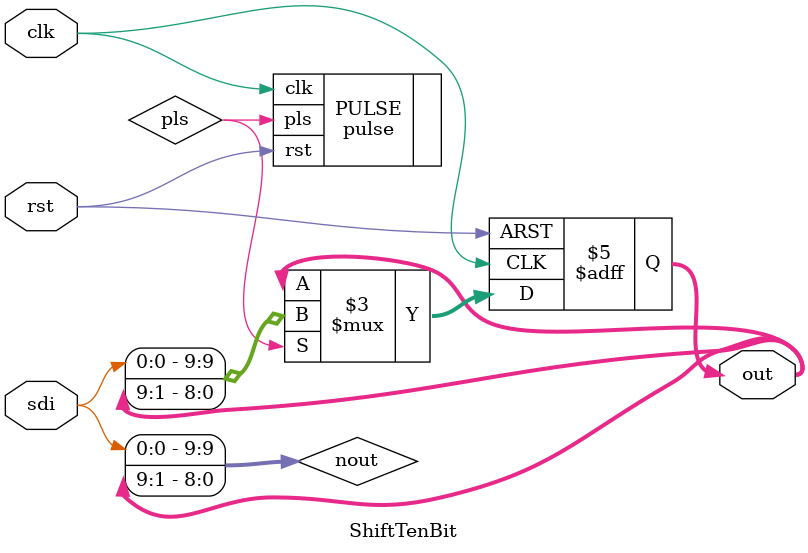
<source format=v>
`timescale 1ns / 1ps
module ShiftTenBit(clk, rst, sdi, out);
	input clk, rst, sdi;
	output [9:0] out;
	reg [9:0] out, nout;
	
	pulse PULSE (.clk(clk),
					 .rst(rst),
					 .pls(pls));
	
	always @ (posedge clk, posedge rst)
		if (rst) out <= 10'b0;
		else if (pls) out <= nout;
		
	always @ (*)
		nout = {sdi, out [9:1]};
		
endmodule

</source>
